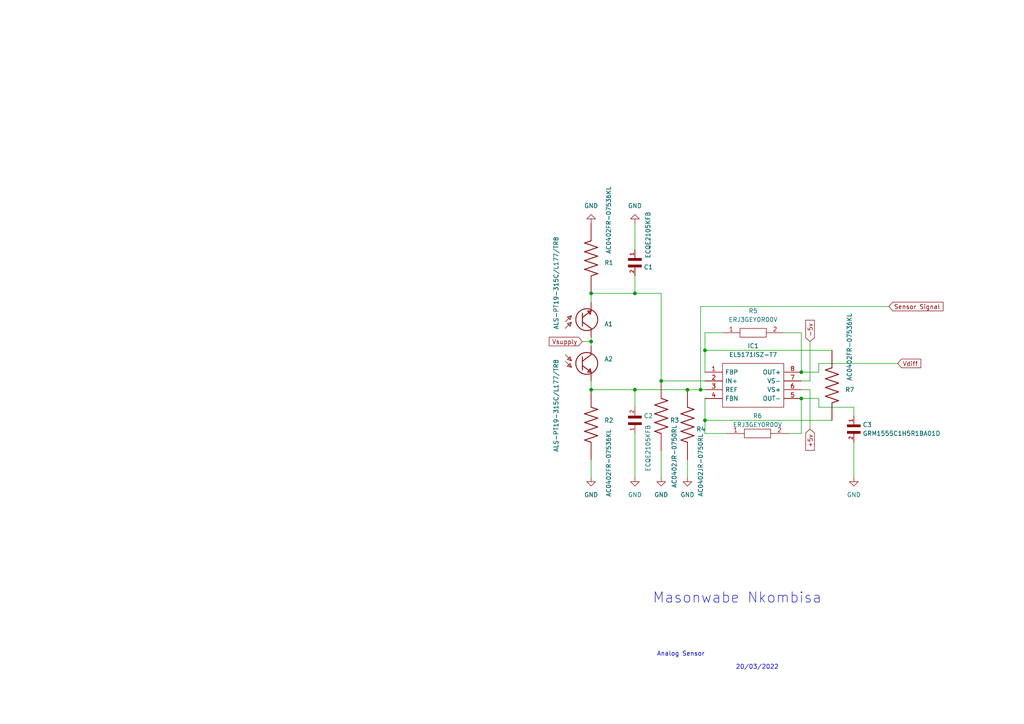
<source format=kicad_sch>
(kicad_sch (version 20211123) (generator eeschema)
  (paper "A4")
  (lib_symbols
    (symbol "AC0402FR-07536KL:AC0402FR-07536KL" (pin_numbers hide) (pin_names (offset 1.016) hide)
      (property "Reference" "R" (at -7.62 2.54 0))
      (property "Value" "AC0402FR-07536KL" (at -7.62 -5.08 0))
      (symbol "AC0402FR-07536KL_0_0"
        (polyline (pts (xy -5.08 0) (xy -4.445 1.905)) (stroke (width 0.254)))
        (polyline (pts (xy -4.445 1.905) (xy -3.175 -1.905)) (stroke (width 0.254)))
        (polyline (pts (xy -3.175 -1.905) (xy -1.905 1.905)) (stroke (width 0.254)))
        (polyline (pts (xy -1.905 1.905) (xy -0.635 -1.905)) (stroke (width 0.254)))
        (polyline (pts (xy -0.635 -1.905) (xy 0.635 1.905)) (stroke (width 0.254)))
        (polyline (pts (xy 0.635 1.905) (xy 1.905 -1.905)) (stroke (width 0.254)))
        (polyline (pts (xy 1.905 -1.905) (xy 3.175 1.905)) (stroke (width 0.254)))
        (polyline (pts (xy 3.175 1.905) (xy 4.445 -1.905)) (stroke (width 0.254)))
        (polyline (pts (xy 4.445 -1.905) (xy 5.08 0)) (stroke (width 0.254)))
        (pin passive line (at -10.16 0 0) (length 5.08) (name "~") (number "1"))
        (pin passive line (at 10.16 0 180) (length 5.08) (name "~") (number "2"))
      )
    )
    (symbol "AC0402JR-0750RL:AC0402JR-0750RL" (pin_numbers hide) (pin_names (offset 1.016) hide)
      (property "Reference" "R" (at -7.62 2.54 0))
      (property "Value" "AC0402JR-0750RL" (at -7.62 -5.08 0))
      (symbol "AC0402JR-0750RL_0_0"
        (polyline (pts (xy -5.08 0) (xy -4.445 1.905)) (stroke (width 0.254)))
        (polyline (pts (xy -4.445 1.905) (xy -3.175 -1.905)) (stroke (width 0.254)))
        (polyline (pts (xy -3.175 -1.905) (xy -1.905 1.905)) (stroke (width 0.254)))
        (polyline (pts (xy -1.905 1.905) (xy -0.635 -1.905)) (stroke (width 0.254)))
        (polyline (pts (xy -0.635 -1.905) (xy 0.635 1.905)) (stroke (width 0.254)))
        (polyline (pts (xy 0.635 1.905) (xy 1.905 -1.905)) (stroke (width 0.254)))
        (polyline (pts (xy 1.905 -1.905) (xy 3.175 1.905)) (stroke (width 0.254)))
        (polyline (pts (xy 3.175 1.905) (xy 4.445 -1.905)) (stroke (width 0.254)))
        (polyline (pts (xy 4.445 -1.905) (xy 5.08 0)) (stroke (width 0.254)))
        (pin passive line (at -10.16 0 0) (length 5.08) (name "~") (number "1"))
        (pin passive line (at 10.16 0 180) (length 5.08) (name "~") (number "2"))
      )
    )
    (symbol "ALS-PT19-315C_L177_TR8:ALS-PT19-315C{slash}L177{slash}TR8" (pin_numbers hide) (pin_names (offset 1.016) hide)
      (property "Reference" "A" (at -10.16 5.08 0))
      (property "Value" "ALS-PT19-315C{slash}L177{slash}TR8" (at -10.16 -7.62 0))
      (symbol "ALS-PT19-315C{slash}L177{slash}TR8_0_0"
        (polyline (pts (xy -4.953 0.635) (xy -3.175 -1.143)) (stroke (width 0.1524)))
        (polyline (pts (xy -4.953 2.54) (xy -3.175 0.762)) (stroke (width 0.1524)))
        (polyline (pts (xy -4.318 -0.762) (xy -3.556 0)) (stroke (width 0.1524)))
        (polyline (pts (xy -4.318 1.143) (xy -3.556 1.905)) (stroke (width 0.1524)))
        (polyline (pts (xy -3.556 0) (xy -3.175 -1.143)) (stroke (width 0.1524)))
        (polyline (pts (xy -3.556 1.905) (xy -3.175 0.762)) (stroke (width 0.1524)))
        (polyline (pts (xy -3.175 -1.143) (xy -4.318 -0.762)) (stroke (width 0.1524)))
        (polyline (pts (xy -3.175 0.762) (xy -4.318 1.143)) (stroke (width 0.1524)))
        (polyline (pts (xy 0 -0.635) (xy 0 -1.905)) (stroke (width 0.254)))
        (polyline (pts (xy 0 -0.635) (xy 2.54 -2.54)) (stroke (width 0.254)))
        (polyline (pts (xy 0 0.635) (xy 0 -0.635)) (stroke (width 0.254)))
        (polyline (pts (xy 0 0.635) (xy 2.54 2.54)) (stroke (width 0.254)))
        (polyline (pts (xy 0 1.905) (xy 0 0.635)) (stroke (width 0.254)))
        (polyline (pts (xy 2.286 -2.286) (xy 2.54 -2.54)) (stroke (width 0.1524)))
        (polyline (pts (xy -4.318 -0.762) (xy -3.175 -1.143) (xy -3.556 0) (xy -4.318 -0.762)) (stroke (width 0.1524)) (fill (type background)))
        (polyline (pts (xy -4.318 1.143) (xy -3.175 0.762) (xy -3.556 1.905) (xy -4.318 1.143)) (stroke (width 0.1524)) (fill (type background)))
        (polyline (pts (xy 2.54 -2.54) (xy 2.286 -1.524) (xy 1.524 -2.54) (xy 2.54 -2.54)) (stroke (width 0.254)) (fill (type background)))
        (circle (center 1.27 0) (radius 3.175) (stroke (width 0.254)))
        (pin passive line (at 2.54 5.08 270) (length 2.54) (name "~") (number "1"))
        (pin passive line (at 2.54 -5.08 90) (length 2.54) (name "~") (number "2"))
      )
    )
    (symbol "ECQE2105KFB:ECQE2105KFB" (pin_names (offset 1.016) hide)
      (property "Reference" "C" (at 0 3.81 0))
      (property "Value" "ECQE2105KFB" (at 0 -5.08 0))
      (symbol "ECQE2105KFB_0_0"
        (rectangle (start 0 -1.905) (end 0.635 1.905) (fill (type outline)))
        (rectangle (start 1.905 -1.905) (end 2.54 1.905) (fill (type outline)))
        (pin passive line (at -2.54 0 0) (length 2.54) (name "~") (number "1"))
        (pin passive line (at 5.08 0 180) (length 2.54) (name "~") (number "2"))
      )
    )
    (symbol "GRM1555C1H5R1BA01D:GRM1555C1H5R1BA01D" (pin_names (offset 1.016) hide)
      (property "Reference" "C" (at 0 3.81 0))
      (property "Value" "GRM1555C1H5R1BA01D" (at 0 -5.08 0))
      (symbol "GRM1555C1H5R1BA01D_0_0"
        (rectangle (start 0 -1.905) (end 0.635 1.905) (fill (type outline)))
        (rectangle (start 1.905 -1.905) (end 2.54 1.905) (fill (type outline)))
        (pin passive line (at -2.54 0 0) (length 2.54) (name "~") (number "1"))
        (pin passive line (at 5.08 0 180) (length 2.54) (name "~") (number "2"))
      )
    )
    (symbol "SamacSys_Parts:EL5171ISZ-T7" (pin_names (offset 0.762))
      (property "Reference" "IC" (at 24.13 7.62 0))
      (property "Value" "EL5171ISZ-T7" (at 24.13 5.08 0))
      (symbol "EL5171ISZ-T7_0_0"
        (pin passive line (at 0 0 0) (length 5.08) (name "FBP") (number "1"))
        (pin passive line (at 0 -2.54 0) (length 5.08) (name "IN+") (number "2"))
        (pin passive line (at 0 -5.08 0) (length 5.08) (name "REF") (number "3"))
        (pin passive line (at 0 -7.62 0) (length 5.08) (name "FBN") (number "4"))
        (pin passive line (at 27.94 -7.62 180) (length 5.08) (name "OUT-") (number "5"))
        (pin passive line (at 27.94 -5.08 180) (length 5.08) (name "VS+") (number "6"))
        (pin passive line (at 27.94 -2.54 180) (length 5.08) (name "VS-") (number "7"))
        (pin passive line (at 27.94 0 180) (length 5.08) (name "OUT+") (number "8"))
      )
      (symbol "EL5171ISZ-T7_0_1"
        (polyline (pts (xy 5.08 2.54) (xy 22.86 2.54) (xy 22.86 -10.16) (xy 5.08 -10.16) (xy 5.08 2.54)) (stroke (width 0.1524)))
      )
    )
    (symbol "SamacSys_Parts:ERJ3GEY0R00V" (pin_names (offset 0.762))
      (property "Reference" "R" (at 13.97 6.35 0))
      (property "Value" "ERJ3GEY0R00V" (at 13.97 3.81 0))
      (symbol "ERJ3GEY0R00V_0_0"
        (pin passive line (at 0 0 0) (length 5.08) (name "~") (number "1"))
        (pin passive line (at 17.78 0 180) (length 5.08) (name "~") (number "2"))
      )
      (symbol "ERJ3GEY0R00V_0_1"
        (polyline (pts (xy 5.08 1.27) (xy 12.7 1.27) (xy 12.7 -1.27) (xy 5.08 -1.27) (xy 5.08 1.27)) (stroke (width 0.1524)))
      )
    )
    (symbol "power:GND" (power) (pin_names (offset 0))
      (property "Value" "GND" (at 0 -3.81 0))
      (symbol "GND_0_1"
        (polyline (pts (xy 0 0) (xy 0 -1.27) (xy 1.27 -1.27) (xy 0 -2.54) (xy -1.27 -1.27) (xy 0 -1.27)))
      )
      (symbol "GND_1_1"
        (pin power_in line (at 0 0 270) (length 0) hide (name "GND") (number "1"))
      )
    )
  )
  (junction (at 232.41 107.95))
  (junction (at 199.39 113.03))
  (junction (at 204.47 121.92))
  (junction (at 191.77 110.49))
  (junction (at 204.47 101.6))
  (junction (at 232.41 115.57))
  (junction (at 171.45 85.09))
  (junction (at 171.45 113.03))
  (junction (at 203.2 113.03))
  (junction (at 184.15 85.09))
  (junction (at 171.45 99.06))
  (junction (at 184.15 113.03))
  (wire (pts (xy 232.41 115.57) (xy 232.41 125.73)))
  (wire (pts (xy 247.65 118.11) (xy 247.65 120.65)))
  (wire (pts (xy 171.45 110.49) (xy 171.45 113.03)))
  (wire (pts (xy 184.15 85.09) (xy 191.77 85.09)))
  (wire (pts (xy 184.15 85.09) (xy 184.15 80.01)))
  (wire (pts (xy 237.49 115.57) (xy 237.49 118.11)))
  (wire (pts (xy 204.47 125.73) (xy 210.82 125.73)))
  (wire (pts (xy 171.45 87.63) (xy 171.45 85.09)))
  (wire (pts (xy 237.49 118.11) (xy 247.65 118.11)))
  (wire (pts (xy 171.45 133.35) (xy 171.45 138.43)))
  (wire (pts (xy 232.41 107.95) (xy 237.49 107.95)))
  (wire (pts (xy 204.47 115.57) (xy 204.47 121.92)))
  (wire (pts (xy 191.77 130.81) (xy 191.77 138.43)))
  (wire (pts (xy 232.41 113.03) (xy 234.95 113.03)))
  (wire (pts (xy 247.65 128.27) (xy 247.65 138.43)))
  (wire (pts (xy 199.39 113.03) (xy 203.2 113.03)))
  (wire (pts (xy 232.41 107.95) (xy 232.41 96.52)))
  (wire (pts (xy 184.15 113.03) (xy 199.39 113.03)))
  (wire (pts (xy 204.47 125.73) (xy 204.47 121.92)))
  (wire (pts (xy 171.45 99.06) (xy 171.45 97.79)))
  (wire (pts (xy 232.41 115.57) (xy 237.49 115.57)))
  (wire (pts (xy 204.47 101.6) (xy 241.3 101.6)))
  (wire (pts (xy 204.47 121.92) (xy 241.3 121.92)))
  (wire (pts (xy 191.77 110.49) (xy 204.47 110.49)))
  (wire (pts (xy 234.95 113.03) (xy 234.95 124.46)))
  (wire (pts (xy 168.91 99.06) (xy 171.45 99.06)))
  (wire (pts (xy 171.45 100.33) (xy 171.45 99.06)))
  (wire (pts (xy 203.2 113.03) (xy 203.2 88.9)))
  (wire (pts (xy 234.95 99.06) (xy 234.95 110.49)))
  (wire (pts (xy 191.77 110.49) (xy 191.77 85.09)))
  (wire (pts (xy 184.15 125.73) (xy 184.15 138.43)))
  (wire (pts (xy 204.47 96.52) (xy 204.47 101.6)))
  (wire (pts (xy 204.47 96.52) (xy 209.55 96.52)))
  (wire (pts (xy 203.2 88.9) (xy 257.81 88.9)))
  (wire (pts (xy 237.49 105.41) (xy 260.35 105.41)))
  (wire (pts (xy 232.41 110.49) (xy 234.95 110.49)))
  (wire (pts (xy 199.39 133.35) (xy 199.39 138.43)))
  (wire (pts (xy 237.49 107.95) (xy 237.49 105.41)))
  (wire (pts (xy 171.45 113.03) (xy 184.15 113.03)))
  (wire (pts (xy 184.15 113.03) (xy 184.15 118.11)))
  (wire (pts (xy 184.15 72.39) (xy 184.15 64.77)))
  (wire (pts (xy 203.2 113.03) (xy 204.47 113.03)))
  (wire (pts (xy 232.41 96.52) (xy 227.33 96.52)))
  (wire (pts (xy 232.41 125.73) (xy 228.6 125.73)))
  (wire (pts (xy 171.45 85.09) (xy 184.15 85.09)))
  (wire (pts (xy 204.47 101.6) (xy 204.47 107.95)))
  (text "20/03/2022\n" (at 213.36 194.31 0) (effects (font (size 1.27 1.27)) (justify left bottom)))
  (text "Masonwabe Nkombisa" (at 189.23 175.26 0) (effects (font (size 3 3)) (justify left bottom)))
  (text "Analog Sensor\n" (at 190.5 190.5 0) (effects (font (size 1.27 1.27)) (justify left bottom)))
  (global_label "+5v" (shape input) (at 234.95 124.46 270) (property "Intersheet References" "${INTERSHEET_REFS}" (effects hide)))
  (global_label "Sensor Signal" (shape input) (at 257.81 88.9 0) (property "Intersheet References" "${INTERSHEET_REFS}" (effects hide)))
  (global_label "Vsupply" (shape input) (at 168.91 99.06 180) (property "Intersheet References" "${INTERSHEET_REFS}" (effects hide)))
  (global_label "-5v" (shape input) (at 234.95 99.06 90) (property "Intersheet References" "${INTERSHEET_REFS}" (effects hide)))
  (global_label "Vdiff" (shape input) (at 260.35 105.41 0) (property "Intersheet References" "${INTERSHEET_REFS}" (effects hide)))
  (symbol (lib_id "AC0402FR-07536KL:AC0402FR-07536KL") (at 171.45 123.19 90) (unit 1)
    (property "Reference" "R2" (at 175.26 121.9199 90) (effects (justify right)))
    (property "Value" "AC0402FR-07536KL" (at 176.53 124.46 0) (effects (justify right)))
    (property "Footprint" "footprints:RESC1005X37N" (effects hide))
    (property "Datasheet" "https://datasheet.lcsc.com/lcsc/1810241339_YAGEO-AC0402FR-07536KL_C144748.pdf" (effects hide))
    (property "Description" "±1% 62.5mW Thick Film Resistors 50V ±100ppm/℃ 536kΩ -55℃~+155℃ 0402 Chip Resistor - Surface Mount ROHS" (effects hide))
    (property "LCSC" "C144748" (effects hide))
    (property "Price" "$0.0011" (effects hide))
  )
  (symbol (lib_id "power:GND") (at 247.65 138.43 0) (unit 1)
    (property "Reference" "#PWR07" (effects hide))
    (property "Value" "GND" (at 247.65 143.51 0))
  )
  (symbol (lib_id "ECQE2105KFB:ECQE2105KFB") (at 184.15 74.93 90) (mirror x) (unit 1)
    (property "Reference" "C1" (at 186.69 77.4701 90) (effects (justify right)))
    (property "Value" "ECQE2105KFB" (at 187.96 74.93 0) (effects (justify right)))
    (property "Footprint" "footprints:CAPRR1000W80L1850T740H2000" (effects hide))
    (property "Datasheet" "https://datasheet.lcsc.com/lcsc/1806041553_PANASONIC-ECQE2105KF_C178438.pdf" (effects hide))
    (property "PARTREV" "11-Oct-17" (effects hide))
    (property "MANUFACTURER" "Panasonic" (effects hide))
    (property "MAXIMUM_PACKAGE_HEIGHT" "20.0 mm" (effects hide))
    (property "STANDARD" "IPC-7351B" (effects hide))
    (property "Description" "±10% 250V 1uF -40℃~+105℃ Metallized Polyester Radial Leaded,P=15mm Film Capacitors ROHS" (effects hide))
    (property "LCSC" "C178438" (effects hide))
    (property "Price" "$0.3803" (effects hide))
  )
  (symbol (lib_id "SamacSys_Parts:ERJ3GEY0R00V") (at 209.55 96.52 0) (unit 1)
    (property "Reference" "R5" (at 218.44 90.17 0))
    (property "Value" "ERJ3GEY0R00V" (at 218.44 92.71 0))
    (property "Footprint" "SamacSys_Parts:ERJ3EKF1000V" (effects hide))
    (property "Datasheet" "https://datasheet.datasheetarchive.com/originals/distributors/SFDatasheet-1/sf-00039130.pdf" (effects hide))
    (property "Description" "1/10W 150V -100ppm/℃~+600ppm/℃ -55℃~+155℃ 0Ω 0603 Chip Resistor - Surface Mount ROHS" (effects hide))
    (property "Height" "0.55" (effects hide))
    (property "Manufacturer_Name" "Panasonic" (effects hide))
    (property "Manufacturer_Part_Number" "ERJ3GEY0R00V" (effects hide))
    (property "LCSC" "C122704" (effects hide))
    (property "Price" "$0.0063" (effects hide))
  )
  (symbol (lib_id "AC0402JR-0750RL:AC0402JR-0750RL") (at 191.77 120.65 90) (unit 1)
    (property "Reference" "R3" (at 194.31 121.92 90) (effects (justify right)))
    (property "Value" "AC0402JR-0750RL" (at 195.58 123.19 0) (effects (justify right)))
    (property "Footprint" "footprints:RESC1005X37N" (effects hide))
    (property "Datasheet" "https://datasheet.lcsc.com/lcsc/1810241340_YAGEO-AC0402JR-0750RL_C227387.pdf" (effects hide))
    (property "Description" "±5% 62.5mW Thick Film Resistors 50V ±100ppm/℃ -55℃~+155℃ 50Ω 0402 Chip Resistor - Surface Mount ROHS" (effects hide))
    (property "LCSC" "C227387" (effects hide))
    (property "Price" "$0.0008" (effects hide))
  )
  (symbol (lib_id "power:GND") (at 184.15 64.77 0) (mirror x) (unit 1)
    (property "Reference" "#PWR03" (effects hide))
    (property "Value" "GND" (at 184.15 59.69 0))
  )
  (symbol (lib_id "power:GND") (at 199.39 138.43 0) (unit 1)
    (property "Reference" "#PWR06" (effects hide))
    (property "Value" "GND" (at 199.39 143.51 0))
  )
  (symbol (lib_id "power:GND") (at 171.45 64.77 0) (mirror x) (unit 1)
    (property "Reference" "#PWR01" (effects hide))
    (property "Value" "GND" (at 171.45 59.69 0))
  )
  (symbol (lib_id "power:GND") (at 171.45 138.43 0) (unit 1)
    (property "Reference" "#PWR02" (effects hide))
    (property "Value" "GND" (at 171.45 143.51 0))
  )
  (symbol (lib_id "SamacSys_Parts:EL5171ISZ-T7") (at 204.47 107.95 0) (unit 1)
    (property "Reference" "IC1" (at 218.44 100.33 0))
    (property "Value" "EL5171ISZ-T7" (at 218.44 102.87 0))
    (property "Footprint" "SamacSys_Parts:SOIC127P600X175-8N" (effects hide))
    (property "Datasheet" "https://www.renesas.com/en-us/www/doc/datasheet/el5171-371.pdf" (effects hide))
    (property "Description" "4.75V ~ 11V, ±2.38V ~ 5.5V Differential 7.5mA 100MHz 800 V/us SOIC-8_150mil Differential OpAmps ROHS" (effects hide))
    (property "Height" "1.75" (effects hide))
    (property "Manufacturer_Name" "Renesas Electronics" (effects hide))
    (property "Manufacturer_Part_Number" "EL5171ISZ-T7" (effects hide))
    (property "Mouser Part Number" "968-EL5171ISZ-T7" (effects hide))
    (property "Mouser Price/Stock" "https://www.mouser.co.uk/ProductDetail/Renesas-Intersil/EL5171ISZ-T7?qs=cbl4%252BYHJGOGN64pxrNVY0w%3D%3D" (effects hide))
    (property "LCSC" "C26177" (effects hide))
    (property "Price" "$0.9875" (effects hide))
  )
  (symbol (lib_id "AC0402FR-07536KL:AC0402FR-07536KL") (at 171.45 74.93 90) (mirror x) (unit 1)
    (property "Reference" "R1" (at 175.26 76.2001 90) (effects (justify right)))
    (property "Value" "AC0402FR-07536KL" (at 176.53 73.66 0) (effects (justify right)))
    (property "Footprint" "footprints:RESC1005X37N" (effects hide))
    (property "Datasheet" "https://datasheet.lcsc.com/lcsc/1810241339_YAGEO-AC0402FR-07536KL_C144748.pdf" (effects hide))
    (property "Description" "±1% 62.5mW Thick Film Resistors 50V ±100ppm/℃ 536kΩ -55℃~+155℃ 0402 Chip Resistor - Surface Mount ROHS" (effects hide))
    (property "LCSC" "C144748" (effects hide))
    (property "Price" "$0.0011" (effects hide))
  )
  (symbol (lib_id "SamacSys_Parts:ERJ3GEY0R00V") (at 210.82 125.73 0) (unit 1)
    (property "Reference" "R6" (at 219.71 120.65 0))
    (property "Value" "ERJ3GEY0R00V" (at 219.71 123.19 0))
    (property "Footprint" "SamacSys_Parts:ERJ3EKF1000V" (effects hide))
    (property "Datasheet" "https://datasheet.datasheetarchive.com/originals/distributors/SFDatasheet-1/sf-00039130.pdf" (effects hide))
    (property "Description" "1/10W 150V -100ppm/℃~+600ppm/℃ -55℃~+155℃ 0Ω 0603 Chip Resistor - Surface Mount ROHS" (effects hide))
    (property "Height" "0.55" (effects hide))
    (property "Manufacturer_Name" "Panasonic" (effects hide))
    (property "Manufacturer_Part_Number" "ERJ3GEY0R00V" (effects hide))
    (property "LCSC" "C122704" (effects hide))
    (property "Price" "$0.0063" (effects hide))
  )
  (symbol (lib_id "AC0402FR-07536KL:AC0402FR-07536KL") (at 241.3 111.76 90) (mirror x) (unit 1)
    (property "Reference" "R7" (at 245.11 113.0301 90) (effects (justify right)))
    (property "Value" "AC0402FR-07536KL" (at 246.38 110.49 0) (effects (justify right)))
    (property "Footprint" "footprints:RESC1005X37N" (effects hide))
    (property "Datasheet" "https://datasheet.lcsc.com/lcsc/1810241339_YAGEO-AC0402FR-07536KL_C144748.pdf" (effects hide))
    (property "Description" "±1% 62.5mW Thick Film Resistors 50V ±100ppm/℃ 536kΩ -55℃~+155℃ 0402 Chip Resistor - Surface Mount ROHS" (effects hide))
    (property "LCSC" "C144748" (effects hide))
    (property "Price" "$0.0011" (effects hide))
  )
  (symbol (lib_id "ECQE2105KFB:ECQE2105KFB") (at 184.15 123.19 90) (unit 1)
    (property "Reference" "C2" (at 186.69 120.6499 90) (effects (justify right)))
    (property "Value" "ECQE2105KFB" (at 187.96 123.19 0) (effects (justify right)))
    (property "Footprint" "footprints:CAPRR1000W80L1850T740H2000" (effects hide))
    (property "Datasheet" "https://datasheet.lcsc.com/lcsc/1806041553_PANASONIC-ECQE2105KF_C178438.pdf" (effects hide))
    (property "PARTREV" "11-Oct-17" (effects hide))
    (property "MANUFACTURER" "Panasonic" (effects hide))
    (property "MAXIMUM_PACKAGE_HEIGHT" "20.0 mm" (effects hide))
    (property "STANDARD" "IPC-7351B" (effects hide))
    (property "Description" "±10% 250V 1uF -40℃~+105℃ Metallized Polyester Radial Leaded,P=15mm Film Capacitors ROHS" (effects hide))
    (property "LCSC" "C178438" (effects hide))
    (property "Price" "$0.3803" (effects hide))
  )
  (symbol (lib_id "GRM1555C1H5R1BA01D:GRM1555C1H5R1BA01D") (at 247.65 123.19 90) (mirror x) (unit 1)
    (property "Reference" "C3" (at 250.19 123.1899 90) (effects (justify right)))
    (property "Value" "GRM1555C1H5R1BA01D" (at 250.19 125.7299 90) (effects (justify right)))
    (property "Footprint" "footprints:CAPC1005X55N" (effects hide))
    (property "Datasheet" "https://datasheet.lcsc.com/lcsc/1912111437_Murata-Electronics-GRM1555C1H5R1BA01D_C415534.pdf" (effects hide))
    (property "Description" "50V 5.1pF C0G ±0.1pF 0402 Multilayer Ceramic Capacitors MLCC - SMD/SMT ROHS" (effects hide))
    (property "LCSC" "C415534 " (effects hide))
    (property "Price" "$0.0042" (effects hide))
  )
  (symbol (lib_id "ALS-PT19-315C_L177_TR8:ALS-PT19-315C{slash}L177{slash}TR8") (at 168.91 105.41 0) (unit 1)
    (property "Reference" "A2" (at 175.26 104.1399 0) (effects (justify left)))
    (property "Value" "ALS-PT19-315C/L177/TR8" (at 161.29 104.14 90) (effects (justify right)))
    (property "Footprint" "footprints:XDCR_ALS-PT19-315C_L177_TR8" (effects hide))
    (property "Datasheet" "https://datasheet.lcsc.com/lcsc/1806131537_Everlight-Elec-ALS-PT19-315C-L177-TR8_C146233.pdf" (effects hide))
    (property "MANUFACTURER" "Everlight" (effects hide))
    (property "PARTREV" "5" (effects hide))
    (property "MAXIMUM_PACKAGE_HEIGHT" "0.7 mm" (effects hide))
    (property "STANDARD" "Manufacturer Recommendations" (effects hide))
    (property "Description" "1.7*0.8*0.6mm Ambient Light Sensors ROHS" (effects hide))
    (property "LCSC" "C146233" (effects hide))
    (property "Price" "$0.1407" (effects hide))
  )
  (symbol (lib_id "power:GND") (at 184.15 138.43 0) (unit 1)
    (property "Reference" "#PWR04" (effects hide))
    (property "Value" "GND" (at 184.15 143.51 0))
  )
  (symbol (lib_id "ALS-PT19-315C_L177_TR8:ALS-PT19-315C{slash}L177{slash}TR8") (at 168.91 92.71 0) (mirror x) (unit 1)
    (property "Reference" "A1" (at 175.26 93.9801 0) (effects (justify left)))
    (property "Value" "ALS-PT19-315C/L177/TR8" (at 161.29 68.58 90) (effects (justify left)))
    (property "Footprint" "footprints:XDCR_ALS-PT19-315C_L177_TR8" (effects hide))
    (property "Datasheet" "https://datasheet.lcsc.com/lcsc/1806131537_Everlight-Elec-ALS-PT19-315C-L177-TR8_C146233.pdf" (effects hide))
    (property "MANUFACTURER" "Everlight" (effects hide))
    (property "PARTREV" "5" (effects hide))
    (property "MAXIMUM_PACKAGE_HEIGHT" "0.7 mm" (effects hide))
    (property "STANDARD" "Manufacturer Recommendations" (effects hide))
    (property "Description" "1.7*0.8*0.6mm Ambient Light Sensors ROHS" (effects hide))
    (property "LCSC" "C146233" (effects hide))
    (property "Price" "$0.1407" (effects hide))
  )
  (symbol (lib_id "AC0402JR-0750RL:AC0402JR-0750RL") (at 199.39 123.19 90) (unit 1)
    (property "Reference" "R4" (at 201.93 124.46 90) (effects (justify right)))
    (property "Value" "AC0402JR-0750RL" (at 203.2 125.73 0) (effects (justify right)))
    (property "Footprint" "footprints:RESC1005X37N" (effects hide))
    (property "Datasheet" "https://datasheet.lcsc.com/lcsc/1810241340_YAGEO-AC0402JR-0750RL_C227387.pdf" (effects hide))
    (property "Description" "±5% 62.5mW Thick Film Resistors 50V ±100ppm/℃ -55℃~+155℃ 50Ω 0402 Chip Resistor - Surface Mount ROHS" (effects hide))
    (property "LCSC" "C227387" (effects hide))
    (property "Price" "$0.0008" (effects hide))
  )
  (symbol (lib_id "power:GND") (at 191.77 138.43 0) (unit 1)
    (property "Reference" "#PWR05" (effects hide))
    (property "Value" "GND" (at 191.77 143.51 0))
  )
)
</source>
